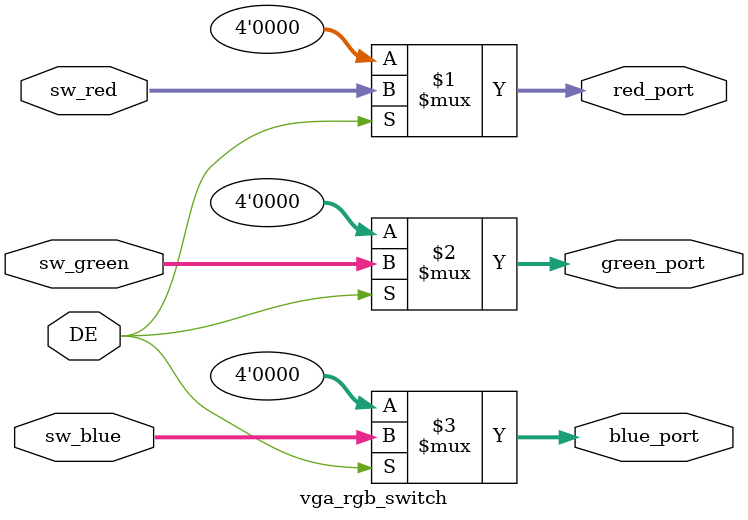
<source format=sv>
`timescale 1ns / 1ps

module vga_rgb_switch (
    input logic [3:0] sw_red,
    input logic [3:0] sw_green,
    input logic [3:0] sw_blue,
    input logic DE,
    output logic [3:0] red_port,
    output logic [3:0] green_port,
    output logic [3:0] blue_port
);

    assign red_port   = DE ? sw_red : 4'b0;
    assign green_port = DE ? sw_green : 4'b0;
    assign blue_port  = DE ? sw_blue : 4'b0;

endmodule

</source>
